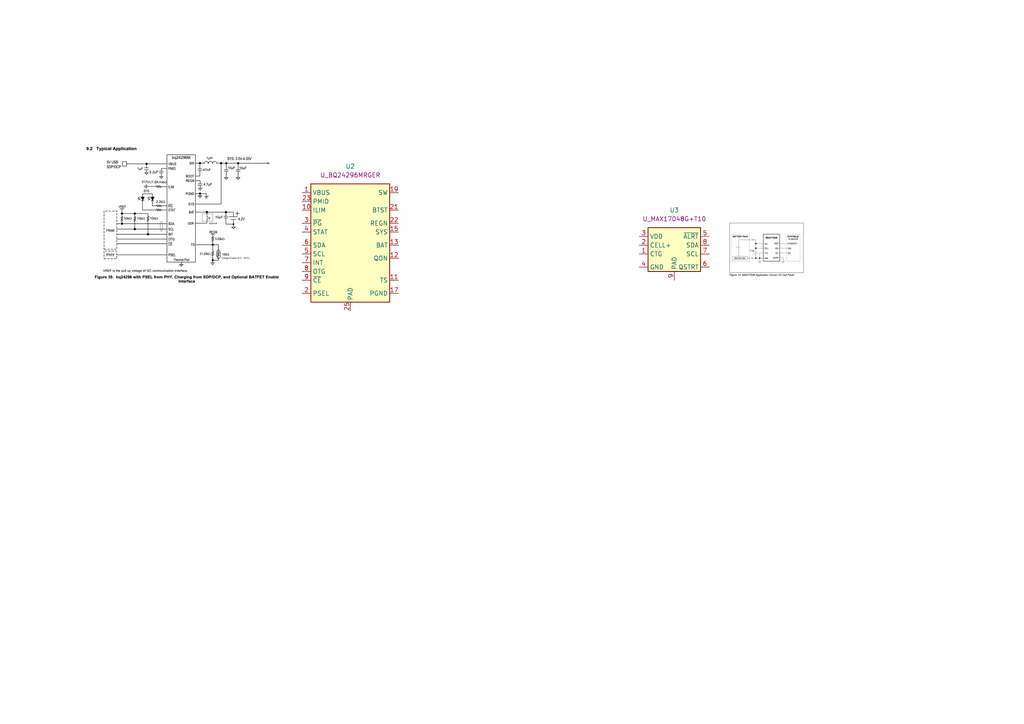
<source format=kicad_sch>
(kicad_sch (version 20230121) (generator eeschema)
  (paper "A4")
  (lib_symbols
    (symbol ".mounted-lib:U_BQ24296MRGER"
      (property "Reference" "U?" (at -11.43 21.59 0))
      (property "DisplayValue" "U_BQ24296MRGER" (at -11.43 19.05 0))
      (symbol "U_BQ24296MRGER_0_1"
        (rectangle (start -11.43 17.78) (end 11.43 -16.51) (stroke (width 0.254)) (fill (type background)))
      )
      (symbol "U_BQ24296MRGER_1_0"
        (pin passive line (at -13.97 10.16 0) (length 2.54) (name "ILIM") (number "10"))
        (pin passive line (at 13.97 -10.16 180) (length 2.54) (name "TS") (number "11"))
        (pin passive line (at 13.97 -3.81 180) (length 2.54) (name "QON") (number "12"))
        (pin passive line (at 13.97 0 180) (length 2.54) (name "BAT") (number "13"))
        (pin passive line (at 13.97 0 180) (length 2.54) hide (name "BAT") (number "14"))
        (pin passive line (at 13.97 3.81 180) (length 2.54) (name "SYS") (number "15"))
        (pin passive line (at 13.97 3.81 180) (length 2.54) hide (name "SYS") (number "16"))
        (pin passive line (at 13.97 -13.97 180) (length 2.54) (name "PGND") (number "17"))
        (pin passive line (at 13.97 -13.97 180) (length 2.54) hide (name "PGND") (number "18"))
        (pin passive line (at 13.97 15.24 180) (length 2.54) (name "SW") (number "19"))
        (pin passive line (at -13.97 -13.97 0) (length 2.54) (name "PSEL") (number "2"))
        (pin passive line (at 13.97 15.24 180) (length 2.54) hide (name "SW") (number "20"))
        (pin passive line (at 13.97 10.16 180) (length 2.54) (name "BTST") (number "21"))
        (pin passive line (at 13.97 6.35 180) (length 2.54) (name "REGN") (number "22"))
        (pin passive line (at -13.97 12.7 0) (length 2.54) (name "PMID") (number "23"))
        (pin passive line (at -13.97 15.24 0) (length 2.54) hide (name "VBUS") (number "24"))
        (pin passive line (at 0 -19.05 90) (length 2.54) (name "PAD") (number "25"))
        (pin passive line (at -13.97 6.35 0) (length 2.54) (name "~{PG}") (number "3"))
        (pin passive line (at -13.97 3.81 0) (length 2.54) (name "STAT") (number "4"))
        (pin passive line (at -13.97 -2.54 0) (length 2.54) (name "SCL") (number "5"))
        (pin passive line (at -13.97 0 0) (length 2.54) (name "SDA") (number "6"))
        (pin passive line (at -13.97 -5.08 0) (length 2.54) (name "INT") (number "7"))
        (pin passive line (at -13.97 -7.62 0) (length 2.54) (name "OTG") (number "8"))
        (pin passive line (at -13.97 -10.16 0) (length 2.54) (name "~{CE}") (number "9"))
      )
      (symbol "U_BQ24296MRGER_1_1"
        (pin power_in line (at -13.97 15.24 0) (length 2.54) (name "VBUS") (number "1"))
      )
    )
    (symbol ".mounted-lib:U_MAX17048G+T10"
      (property "Reference" "U?" (at -7.62 10.16 0))
      (property "DisplayValue" "U_MAX17048G+T10" (at -7.62 7.62 0))
      (symbol "U_MAX17048G+T10_0_1"
        (rectangle (start -7.62 6.35) (end 7.62 -6.35) (stroke (width 0.254)) (fill (type background)))
      )
      (symbol "U_MAX17048G+T10_1_0"
        (pin passive line (at -10.16 1.27 0) (length 2.54) (name "CELL+") (number "2"))
        (pin passive line (at -10.16 3.81 0) (length 2.54) (name "VDD") (number "3"))
        (pin passive line (at -10.16 -5.08 0) (length 2.54) (name "GND") (number "4"))
        (pin passive line (at 10.16 3.81 180) (length 2.54) (name "~{ALRT}") (number "5"))
        (pin passive line (at 10.16 -5.08 180) (length 2.54) (name "QSTRT") (number "6"))
        (pin passive line (at 10.16 -1.27 180) (length 2.54) (name "SCL") (number "7"))
        (pin passive line (at 10.16 1.27 180) (length 2.54) (name "SDA") (number "8"))
        (pin passive line (at 0 -8.89 90) (length 2.54) (name "PAD") (number "9"))
      )
      (symbol "U_MAX17048G+T10_1_1"
        (pin passive line (at -10.16 -1.27 0) (length 2.54) (name "CTG") (number "1"))
      )
    )
  )
  (image (at 222.25 72.39) (scale 0.156651))
  (image (at 53.34 62.23) (scale 0.335873))
  (symbol (lib_id ".mounted-lib:U_MAX17048G+T10") (at 195.58 72.39 0) (unit 1)
    (property "Reference" "U3" (at 195.58 60.96 0))
    (property "Value" "U_MAX17048G+T10" (effects hide))
    (property "Footprint" ".mounted-lib:TDFN-8_MAXIM_INTEGRATED" (effects hide))
    (property "Datasheet" "https://www.mouser.fr/datasheet/2/609/MAX17048_MAX17049-3126952.pdf" (effects hide))
    (property "Manufacturer" "MAXIM INTEGRATED" (effects hide))
    (property "MPN" "MAX17048G+T10" (effects hide))
    (property "DisplayValue" "U_MAX17048G+T10" (at 195.58 63.5 0))
    (property "CMP_ID" "1055" (effects hide))
    (property "Category" "IC" (effects hide))
    (property "Family" "BATTERY MANAGEMENT" (effects hide))
    (property "_Created" "JCN 2023-11-05" (effects hide))
    (property "_Checked" "___Checked" (effects hide))
    (property "_Confirmed" "___Confirmed" (effects hide))
    (property "Mount" "SMD" (effects hide))
    (property "Package" "TDFN-8" (effects hide))
    (property "PartStatus" "___PartStatus" (effects hide))
    (property "TempMin_C" "-40°C" (effects hide))
    (property "TempMax_C" "85°C" (effects hide))
    (property "Automotive" "N" (effects hide))
    (property "MaxHeight_mm" "0.8mm" (effects hide))
  )
  (symbol (lib_id ".mounted-lib:U_BQ24296MRGER") (at 101.6 71.12 0) (unit 1)
    (property "Reference" "U2" (at 101.6 48.26 0))
    (property "Value" "U_BQ24296MRGER" (effects hide))
    (property "Datasheet" "https://www.ti.com/lit/ds/symlink/bq24296m.pdf?HQS=dis-mous-null-mousermode-dsf-pf-null-wwe&ts=1699200343361&ref_url=https%253A%252F%252Fwww.mouser.fr%252F" (effects hide))
    (property "Manufacturer" "TEXAS INSTRUMENTS" (effects hide))
    (property "MPN" "BQ24296MRGER" (effects hide))
    (property "DisplayValue" "U_BQ24296MRGER" (at 101.6 50.8 0))
    (property "CMP_ID" "1054" (effects hide))
    (property "Category" "IC" (effects hide))
    (property "Family" "BATTERY MANAGEMENT" (effects hide))
    (property "_Created" "JCN 2023-11-05" (effects hide))
    (property "_Checked" "___Checked" (effects hide))
    (property "_Confirmed" "___Confirmed" (effects hide))
    (property "Mount" "SMD" (effects hide))
    (property "Package" "VQFN-24" (effects hide))
    (property "PartStatus" "___PartStatus" (effects hide))
    (property "TempMin_C" "-40°C" (effects hide))
    (property "TempMax_C" "85°C" (effects hide))
    (property "Automotive" "N" (effects hide))
    (property "MaxHeight_mm" "1mm" (effects hide))
  )
)
</source>
